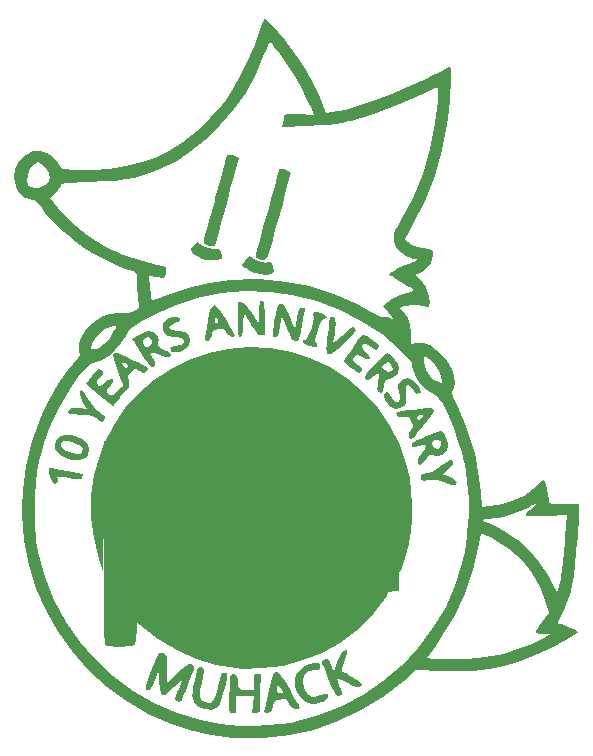
<source format=gbr>
%TF.GenerationSoftware,KiCad,Pcbnew,8.0.4*%
%TF.CreationDate,2024-09-30T12:03:32+02:00*%
%TF.ProjectId,MuHack_10th_pendant,4d754861-636b-45f3-9130-74685f70656e,rev?*%
%TF.SameCoordinates,Original*%
%TF.FileFunction,Soldermask,Top*%
%TF.FilePolarity,Negative*%
%FSLAX46Y46*%
G04 Gerber Fmt 4.6, Leading zero omitted, Abs format (unit mm)*
G04 Created by KiCad (PCBNEW 8.0.4) date 2024-09-30 12:03:32*
%MOMM*%
%LPD*%
G01*
G04 APERTURE LIST*
%ADD10C,0.000000*%
G04 APERTURE END LIST*
D10*
%TO.C,F-Mask*%
G36*
X91592833Y-82578403D02*
G01*
X92043507Y-82761207D01*
X92509231Y-82845850D01*
X92558886Y-82847016D01*
X92912462Y-82895705D01*
X93109968Y-83071858D01*
X93189071Y-83420601D01*
X93195940Y-83610237D01*
X93088983Y-83740575D01*
X92807563Y-83814273D01*
X92414573Y-83832217D01*
X91972910Y-83795295D01*
X91545469Y-83704393D01*
X91235056Y-83582590D01*
X90909883Y-83383456D01*
X90664415Y-83186497D01*
X90634249Y-83153587D01*
X90549317Y-82996498D01*
X90610274Y-82833150D01*
X90792228Y-82632466D01*
X91114902Y-82309791D01*
X91592833Y-82578403D01*
G37*
G36*
X96102518Y-83788414D02*
G01*
X96605554Y-83988909D01*
X97013718Y-84018303D01*
X97058992Y-84011098D01*
X97327307Y-83986685D01*
X97453770Y-84090829D01*
X97516925Y-84325091D01*
X97584292Y-84722836D01*
X97554203Y-84937078D01*
X97383012Y-85022545D01*
X97027074Y-85033964D01*
X96952656Y-85032626D01*
X96497429Y-85001133D01*
X96078239Y-84935628D01*
X95930885Y-84897494D01*
X95562805Y-84730251D01*
X95204319Y-84497456D01*
X95198192Y-84492571D01*
X94846165Y-84210312D01*
X95186652Y-83852925D01*
X95527139Y-83495538D01*
X96102518Y-83788414D01*
G37*
G36*
X78795908Y-101429462D02*
G01*
X79136389Y-101486120D01*
X79610581Y-101569433D01*
X80070204Y-101652785D01*
X80606131Y-101750843D01*
X81043588Y-101830116D01*
X81332982Y-101881667D01*
X81425595Y-101897016D01*
X81420584Y-101996278D01*
X81387798Y-102141246D01*
X81337273Y-102272370D01*
X81239648Y-102345792D01*
X81049691Y-102364005D01*
X80722171Y-102329500D01*
X80211858Y-102244770D01*
X80045712Y-102215189D01*
X79596515Y-102137530D01*
X79343995Y-102109025D01*
X79244658Y-102134483D01*
X79255010Y-102218716D01*
X79295099Y-102298201D01*
X79357683Y-102520717D01*
X79258533Y-102643368D01*
X79082147Y-102731260D01*
X78957556Y-102687426D01*
X78824276Y-102473470D01*
X78749552Y-102320276D01*
X78604729Y-101941425D01*
X78547011Y-101626166D01*
X78583715Y-101436707D01*
X78642322Y-101408554D01*
X78795908Y-101429462D01*
G37*
G36*
X81463646Y-94912556D02*
G01*
X81653939Y-95173093D01*
X81889521Y-95544695D01*
X81949080Y-95645310D01*
X82349132Y-96242430D01*
X82727796Y-96620277D01*
X82870332Y-96711060D01*
X83166675Y-96885224D01*
X83285675Y-97024843D01*
X83270303Y-97200777D01*
X83232139Y-97307701D01*
X83160648Y-97445913D01*
X83053004Y-97477829D01*
X82852634Y-97394381D01*
X82512511Y-97192388D01*
X82179869Y-97020035D01*
X81830236Y-96927376D01*
X81367841Y-96893077D01*
X81159066Y-96890911D01*
X80643465Y-96880943D01*
X80336817Y-96842009D01*
X80204250Y-96759196D01*
X80210890Y-96617589D01*
X80262253Y-96507354D01*
X80364999Y-96379067D01*
X80536902Y-96325866D01*
X80846354Y-96335328D01*
X81074750Y-96359758D01*
X81764849Y-96440866D01*
X81429370Y-95868415D01*
X81239984Y-95461139D01*
X81167855Y-95115860D01*
X81216595Y-94883947D01*
X81355258Y-94814323D01*
X81463646Y-94912556D01*
G37*
G36*
X112713412Y-100696021D02*
G01*
X112767565Y-100818515D01*
X112797109Y-101097835D01*
X112704469Y-101222436D01*
X112260402Y-101568178D01*
X111983086Y-101810382D01*
X111889125Y-101934300D01*
X111893148Y-101943065D01*
X112028671Y-102002896D01*
X112316547Y-102106190D01*
X112491838Y-102164622D01*
X112871731Y-102326638D01*
X113052669Y-102513412D01*
X113080380Y-102608744D01*
X113066683Y-102785859D01*
X112937073Y-102857377D01*
X112660277Y-102823408D01*
X112205023Y-102684058D01*
X112003377Y-102612457D01*
X111405365Y-102448637D01*
X110839098Y-102425912D01*
X110690636Y-102439273D01*
X110318562Y-102472994D01*
X110128081Y-102454144D01*
X110058636Y-102361959D01*
X110049531Y-102219450D01*
X110086636Y-102025724D01*
X110241890Y-101921109D01*
X110542694Y-101863026D01*
X110961372Y-101736858D01*
X111463545Y-101449265D01*
X111850133Y-101168267D01*
X112246690Y-100865829D01*
X112493968Y-100697283D01*
X112635147Y-100646168D01*
X112713412Y-100696021D01*
G37*
G36*
X96591377Y-87267195D02*
G01*
X96682265Y-87314015D01*
X96745223Y-87440522D01*
X96786954Y-87687348D01*
X96814159Y-88095127D01*
X96833542Y-88704494D01*
X96834416Y-88740558D01*
X96868820Y-90173939D01*
X96558041Y-90173939D01*
X96381783Y-90137065D01*
X96200820Y-90001541D01*
X95979049Y-89730015D01*
X95680365Y-89285134D01*
X95643973Y-89228257D01*
X95040685Y-88282576D01*
X95004483Y-89248986D01*
X94959418Y-89830714D01*
X94875608Y-90175554D01*
X94751279Y-90288038D01*
X94624831Y-90217188D01*
X94591347Y-90068190D01*
X94564205Y-89727546D01*
X94546413Y-89247817D01*
X94540877Y-88749259D01*
X94540877Y-87365285D01*
X94837490Y-87365285D01*
X95010814Y-87406936D01*
X95194710Y-87556306D01*
X95423467Y-87850018D01*
X95722827Y-88310961D01*
X96311550Y-89256637D01*
X96347146Y-88241925D01*
X96370799Y-87741892D01*
X96406054Y-87441626D01*
X96464053Y-87296664D01*
X96555936Y-87262542D01*
X96591377Y-87267195D01*
G37*
G36*
X101373653Y-88237141D02*
G01*
X101556607Y-88298030D01*
X101938626Y-88461817D01*
X102097610Y-88611330D01*
X102026759Y-88735975D01*
X101874648Y-88793496D01*
X101709394Y-88919919D01*
X101534688Y-89230856D01*
X101335353Y-89753714D01*
X101323444Y-89788954D01*
X101179393Y-90265220D01*
X101110578Y-90601977D01*
X101124926Y-90758563D01*
X101133422Y-90763601D01*
X101243140Y-90902130D01*
X101235339Y-91102347D01*
X101165636Y-91188234D01*
X101004088Y-91183337D01*
X100703705Y-91110491D01*
X100555060Y-91063149D01*
X100241773Y-90913918D01*
X100063026Y-90748645D01*
X100043531Y-90610306D01*
X100208001Y-90541876D01*
X100254384Y-90540285D01*
X100389846Y-90476848D01*
X100528783Y-90263204D01*
X100690537Y-89864355D01*
X100791037Y-89569249D01*
X100948592Y-89037119D01*
X101012283Y-88693233D01*
X100978947Y-88554749D01*
X100978156Y-88554474D01*
X100903295Y-88424096D01*
X100924060Y-88309756D01*
X100991995Y-88195777D01*
X101119036Y-88171995D01*
X101373653Y-88237141D01*
G37*
G36*
X101380210Y-117921344D02*
G01*
X101487414Y-118040289D01*
X101501454Y-118199420D01*
X101467765Y-118408818D01*
X101318290Y-118492290D01*
X101090518Y-118504708D01*
X100613193Y-118600659D01*
X100251779Y-118859413D01*
X100056481Y-119237318D01*
X100036069Y-119421487D01*
X100124063Y-120037116D01*
X100390187Y-120489407D01*
X100595433Y-120659407D01*
X100810447Y-120781658D01*
X101002743Y-120809858D01*
X101270099Y-120745223D01*
X101484785Y-120670465D01*
X101912550Y-120552757D01*
X102150675Y-120574032D01*
X102168909Y-120588702D01*
X102222566Y-120781104D01*
X102077245Y-120999884D01*
X101768135Y-121202024D01*
X101615397Y-121265399D01*
X101133398Y-121400398D01*
X100743452Y-121394806D01*
X100335395Y-121244983D01*
X100288680Y-121221586D01*
X99877535Y-120889468D01*
X99579631Y-120410143D01*
X99412889Y-119853237D01*
X99395228Y-119288376D01*
X99544568Y-118785186D01*
X99627522Y-118652677D01*
X100033185Y-118269620D01*
X100561321Y-117998101D01*
X101102462Y-117894324D01*
X101104579Y-117894321D01*
X101380210Y-117921344D01*
G37*
G36*
X80480140Y-98654939D02*
G01*
X80925594Y-98792919D01*
X81357163Y-98982242D01*
X81700465Y-99190117D01*
X81881122Y-99383752D01*
X81883423Y-99389443D01*
X81978895Y-99889432D01*
X81869719Y-100295604D01*
X81584218Y-100587433D01*
X81150718Y-100744395D01*
X80597543Y-100745965D01*
X80153137Y-100643248D01*
X79707071Y-100427330D01*
X79333303Y-100115247D01*
X79091372Y-99766542D01*
X79032223Y-99522279D01*
X79045613Y-99474949D01*
X79570542Y-99474949D01*
X79682894Y-99718715D01*
X80027575Y-99947062D01*
X80107925Y-99983170D01*
X80630503Y-100183952D01*
X80990097Y-100258238D01*
X81231484Y-100207922D01*
X81397667Y-100037724D01*
X81442736Y-99794080D01*
X81255400Y-99566549D01*
X80830911Y-99350762D01*
X80542489Y-99250375D01*
X80155165Y-99137753D01*
X79924283Y-99107326D01*
X79777041Y-99157049D01*
X79696431Y-99226627D01*
X79570542Y-99474949D01*
X79045613Y-99474949D01*
X79143530Y-99128830D01*
X79436748Y-98813135D01*
X79850828Y-98628104D01*
X80095182Y-98601093D01*
X80480140Y-98654939D01*
G37*
G36*
X98520951Y-76117931D02*
G01*
X98616773Y-76142120D01*
X98927373Y-76259520D01*
X99033632Y-76398038D01*
X99025446Y-76475508D01*
X98980422Y-76641507D01*
X98880727Y-77012540D01*
X98734646Y-77557661D01*
X98550462Y-78245928D01*
X98336460Y-79046395D01*
X98100924Y-79928118D01*
X98014431Y-80252064D01*
X97741005Y-81276154D01*
X97521017Y-82087790D01*
X97343487Y-82710098D01*
X97197430Y-83166205D01*
X97071866Y-83479238D01*
X96955810Y-83672323D01*
X96838282Y-83768588D01*
X96708297Y-83791158D01*
X96554874Y-83763162D01*
X96372608Y-83709369D01*
X96150943Y-83605205D01*
X96083337Y-83507840D01*
X96124008Y-83324043D01*
X96217880Y-82947920D01*
X96355544Y-82414426D01*
X96527590Y-81758520D01*
X96724612Y-81015158D01*
X96937198Y-80219298D01*
X97155941Y-79405896D01*
X97371432Y-78609911D01*
X97574262Y-77866299D01*
X97755022Y-77210018D01*
X97904304Y-76676025D01*
X98012698Y-76299276D01*
X98070797Y-76114730D01*
X98076481Y-76102570D01*
X98230123Y-76075418D01*
X98520951Y-76117931D01*
G37*
G36*
X93987721Y-74894282D02*
G01*
X94169750Y-74936141D01*
X94495872Y-75047227D01*
X94617055Y-75175446D01*
X94611284Y-75261012D01*
X94566148Y-75425527D01*
X94466643Y-75795058D01*
X94321067Y-76338570D01*
X94137716Y-77025025D01*
X93924887Y-77823385D01*
X93690876Y-78702613D01*
X93611703Y-79000381D01*
X93372981Y-79892036D01*
X93151763Y-80706142D01*
X92956369Y-81413024D01*
X92795124Y-81983011D01*
X92676348Y-82386430D01*
X92608364Y-82593608D01*
X92598154Y-82614222D01*
X92444589Y-82633567D01*
X92153069Y-82591341D01*
X92063967Y-82570599D01*
X91755350Y-82461590D01*
X91651777Y-82327306D01*
X91660617Y-82253873D01*
X91706031Y-82088287D01*
X91805800Y-81718043D01*
X91951527Y-81174513D01*
X92134817Y-80489070D01*
X92347273Y-79693089D01*
X92580498Y-78817941D01*
X92645720Y-78572977D01*
X92882357Y-77685412D01*
X93099982Y-76871782D01*
X93290331Y-76162790D01*
X93445134Y-75589134D01*
X93556126Y-75181513D01*
X93615039Y-74970629D01*
X93621086Y-74950990D01*
X93726891Y-74873112D01*
X93987721Y-74894282D01*
G37*
G36*
X102533687Y-88625341D02*
G01*
X102658035Y-88663045D01*
X102768424Y-88735290D01*
X102822082Y-88881079D01*
X102826935Y-89156769D01*
X102791504Y-89612314D01*
X102741382Y-90082114D01*
X102687915Y-90481137D01*
X102642659Y-90723156D01*
X102642575Y-90723458D01*
X102685453Y-90765681D01*
X102874195Y-90640585D01*
X103190422Y-90361607D01*
X103358965Y-90199694D01*
X103795587Y-89795506D01*
X104103913Y-89568034D01*
X104306268Y-89501733D01*
X104348738Y-89510596D01*
X104497289Y-89602398D01*
X104525361Y-89737944D01*
X104417355Y-89941818D01*
X104157675Y-90238606D01*
X103730723Y-90652890D01*
X103473717Y-90889817D01*
X103004663Y-91310754D01*
X102676152Y-91582961D01*
X102454256Y-91728612D01*
X102305048Y-91769884D01*
X102194601Y-91728950D01*
X102192372Y-91727310D01*
X102109465Y-91645541D01*
X102062680Y-91520793D01*
X102051483Y-91308591D01*
X102075342Y-90964464D01*
X102133725Y-90443936D01*
X102173171Y-90123841D01*
X102246970Y-89556967D01*
X102314089Y-89085710D01*
X102367173Y-88758871D01*
X102398868Y-88625253D01*
X102399057Y-88625053D01*
X102533687Y-88625341D01*
G37*
G36*
X89650348Y-88689126D02*
G01*
X89695840Y-88757673D01*
X89698359Y-88977563D01*
X89492994Y-89071593D01*
X89418850Y-89074900D01*
X89174785Y-89141930D01*
X88944919Y-89269075D01*
X88762766Y-89469964D01*
X88804305Y-89638981D01*
X89049362Y-89757562D01*
X89477760Y-89807144D01*
X89530172Y-89807593D01*
X90041788Y-89878055D01*
X90362428Y-90095250D01*
X90502607Y-90467889D01*
X90511069Y-90620200D01*
X90397959Y-91027441D01*
X90089351Y-91356476D01*
X89631328Y-91564977D01*
X89442327Y-91601901D01*
X89106963Y-91621561D01*
X88934412Y-91550593D01*
X88880805Y-91459788D01*
X88813391Y-91267295D01*
X88801454Y-91217539D01*
X88908694Y-91177961D01*
X89175849Y-91122984D01*
X89274056Y-91106504D01*
X89723483Y-90974453D01*
X89955111Y-90785867D01*
X89974322Y-90583402D01*
X89786499Y-90409711D01*
X89397026Y-90307447D01*
X89171774Y-90296054D01*
X88656742Y-90215510D01*
X88321840Y-89987421D01*
X88182992Y-89632102D01*
X88256122Y-89169868D01*
X88266733Y-89141429D01*
X88446665Y-88913952D01*
X88748974Y-88735117D01*
X89099679Y-88624790D01*
X89424797Y-88602837D01*
X89650348Y-88689126D01*
G37*
G36*
X94251384Y-118844186D02*
G01*
X94428166Y-118906937D01*
X94513776Y-119052648D01*
X94539902Y-119351090D01*
X94540877Y-119481624D01*
X94568586Y-119849966D01*
X94683923Y-120069510D01*
X94935201Y-120177574D01*
X95370734Y-120211477D01*
X95487271Y-120212656D01*
X95884146Y-120214323D01*
X95884146Y-119542689D01*
X95891951Y-119158113D01*
X95933701Y-118957875D01*
X96036896Y-118882167D01*
X96192979Y-118871054D01*
X96501812Y-118871054D01*
X96467739Y-120489083D01*
X96433665Y-122107112D01*
X96090789Y-122146433D01*
X95747914Y-122185754D01*
X95831803Y-121444270D01*
X95915692Y-120702785D01*
X95167227Y-120702785D01*
X94418761Y-120702785D01*
X94418761Y-121435477D01*
X94412297Y-121841545D01*
X94376975Y-122060781D01*
X94288899Y-122150534D01*
X94124174Y-122168153D01*
X94113473Y-122168170D01*
X93956143Y-122156234D01*
X93865046Y-122085554D01*
X93822194Y-121903818D01*
X93809601Y-121558715D01*
X93809053Y-121282833D01*
X93821429Y-120682334D01*
X93852605Y-120034342D01*
X93885906Y-119593171D01*
X93932124Y-119164752D01*
X93984821Y-118929446D01*
X94068614Y-118836810D01*
X94208114Y-118836401D01*
X94251384Y-118844186D01*
G37*
G36*
X109321226Y-93919491D02*
G01*
X109680009Y-94218180D01*
X109867653Y-94495583D01*
X110011061Y-94790467D01*
X110031056Y-94952793D01*
X109935365Y-95056036D01*
X109927145Y-95061306D01*
X109681690Y-95168232D01*
X109528964Y-95072450D01*
X109448653Y-94900891D01*
X109285313Y-94611243D01*
X109151736Y-94462975D01*
X108927148Y-94348490D01*
X108793932Y-94455712D01*
X108750982Y-94786807D01*
X108778537Y-95194005D01*
X108813400Y-95632721D01*
X108787292Y-95910368D01*
X108689229Y-96104937D01*
X108642401Y-96160690D01*
X108309689Y-96362256D01*
X107899283Y-96376186D01*
X107511582Y-96211237D01*
X107252661Y-95956543D01*
X107039913Y-95624080D01*
X106920114Y-95301467D01*
X106922920Y-95108590D01*
X107067548Y-94947643D01*
X107259477Y-94990631D01*
X107445623Y-95218841D01*
X107487041Y-95307452D01*
X107690334Y-95649228D01*
X107924503Y-95822189D01*
X108144388Y-95799320D01*
X108209807Y-95739820D01*
X108284801Y-95553341D01*
X108261513Y-95247713D01*
X108208258Y-95010193D01*
X108132447Y-94629575D01*
X108149477Y-94375576D01*
X108256622Y-94159487D01*
X108559641Y-93879737D01*
X108931140Y-93803208D01*
X109321226Y-93919491D01*
G37*
G36*
X92669538Y-87658794D02*
G01*
X92830549Y-87789440D01*
X93041941Y-88056794D01*
X93329190Y-88491137D01*
X93540882Y-88831975D01*
X93836466Y-89323605D01*
X94077871Y-89742711D01*
X94239706Y-90043984D01*
X94296646Y-90180714D01*
X94214943Y-90305581D01*
X94018649Y-90298528D01*
X93780989Y-90183758D01*
X93575187Y-89985472D01*
X93540091Y-89930655D01*
X93366318Y-89685556D01*
X93167257Y-89614441D01*
X92929514Y-89643680D01*
X92622008Y-89708266D01*
X92471979Y-89796496D01*
X92398759Y-89986191D01*
X92354651Y-90198271D01*
X92234199Y-90511842D01*
X92018603Y-90637777D01*
X92002461Y-90640365D01*
X91785690Y-90612595D01*
X91738673Y-90518249D01*
X91764169Y-90338671D01*
X91828326Y-89975552D01*
X91920962Y-89484652D01*
X92013433Y-89013843D01*
X92038933Y-88891727D01*
X92587031Y-88891727D01*
X92640504Y-89133593D01*
X92765754Y-89195036D01*
X92885508Y-89085920D01*
X92906773Y-88889986D01*
X92825047Y-88679577D01*
X92696081Y-88586439D01*
X92614081Y-88691019D01*
X92587031Y-88891727D01*
X92038933Y-88891727D01*
X92137466Y-88419868D01*
X92237194Y-88025833D01*
X92328084Y-87790706D01*
X92425607Y-87673457D01*
X92533430Y-87634575D01*
X92669538Y-87658794D01*
G37*
G36*
X91561010Y-118293444D02*
G01*
X91654854Y-118417171D01*
X91671367Y-118668897D01*
X91613888Y-119085865D01*
X91507276Y-119607513D01*
X91386756Y-120247376D01*
X91357640Y-120695200D01*
X91427960Y-120988507D01*
X91605750Y-121164820D01*
X91859648Y-121253470D01*
X92136561Y-121280967D01*
X92349644Y-121203050D01*
X92521907Y-120987648D01*
X92676358Y-120602691D01*
X92836007Y-120016110D01*
X92880166Y-119831053D01*
X93011093Y-119298087D01*
X93113584Y-118963705D01*
X93206508Y-118786882D01*
X93308735Y-118726596D01*
X93386593Y-118730019D01*
X93607739Y-118787323D01*
X93676354Y-118822067D01*
X93672900Y-118954542D01*
X93622428Y-119271555D01*
X93534214Y-119719990D01*
X93459824Y-120062140D01*
X93249327Y-120829636D01*
X93003372Y-121372849D01*
X92701940Y-121711240D01*
X92325012Y-121864266D01*
X91852570Y-121851389D01*
X91660506Y-121811180D01*
X91261187Y-121684489D01*
X91017030Y-121505318D01*
X90839697Y-121202322D01*
X90804000Y-121119448D01*
X90730723Y-120905912D01*
X90703022Y-120680280D01*
X90724181Y-120383135D01*
X90797485Y-119955058D01*
X90894302Y-119485798D01*
X91021032Y-118921739D01*
X91123417Y-118558097D01*
X91217693Y-118354453D01*
X91320096Y-118270388D01*
X91386494Y-118260477D01*
X91561010Y-118293444D01*
G37*
G36*
X87446723Y-89909568D02*
G01*
X87735103Y-90173713D01*
X87861759Y-90538374D01*
X87816299Y-90859585D01*
X87789850Y-91023837D01*
X87883522Y-91159023D01*
X88141547Y-91312333D01*
X88322294Y-91399450D01*
X88711198Y-91599086D01*
X88888280Y-91747594D01*
X88872571Y-91873567D01*
X88714390Y-91988481D01*
X88492814Y-92025174D01*
X88159449Y-91923059D01*
X87943204Y-91820752D01*
X87513115Y-91642218D01*
X87245356Y-91616122D01*
X87152966Y-91736112D01*
X87248981Y-91995833D01*
X87330165Y-92119493D01*
X87504817Y-92457324D01*
X87516201Y-92717049D01*
X87367010Y-92851565D01*
X87287793Y-92860477D01*
X87155628Y-92762391D01*
X86931566Y-92496085D01*
X86648150Y-92103490D01*
X86369809Y-91677761D01*
X85816105Y-90792710D01*
X86510602Y-90792710D01*
X86627404Y-91021841D01*
X86792490Y-91182089D01*
X87000648Y-91134311D01*
X87222257Y-90949474D01*
X87298608Y-90828116D01*
X87278892Y-90601414D01*
X87183841Y-90457837D01*
X86983468Y-90338201D01*
X86740012Y-90410399D01*
X86739739Y-90410545D01*
X86523397Y-90580742D01*
X86510602Y-90792710D01*
X85816105Y-90792710D01*
X85629881Y-90495045D01*
X86147158Y-90151841D01*
X86534332Y-89945097D01*
X86910483Y-89822876D01*
X87042383Y-89808115D01*
X87446723Y-89909568D01*
G37*
G36*
X111019347Y-96338989D02*
G01*
X111030287Y-96343134D01*
X111137381Y-96516677D01*
X111148569Y-96602391D01*
X111073960Y-96756564D01*
X110875361Y-97042255D01*
X110590614Y-97413848D01*
X110257561Y-97825728D01*
X109914043Y-98232278D01*
X109597902Y-98587882D01*
X109346981Y-98846925D01*
X109199122Y-98963790D01*
X109187575Y-98966246D01*
X109077199Y-98865421D01*
X109008253Y-98711627D01*
X109027088Y-98410288D01*
X109189053Y-98178532D01*
X109353094Y-97979271D01*
X109381666Y-97807902D01*
X109284941Y-97553081D01*
X109252457Y-97484406D01*
X109099723Y-97215489D01*
X108924907Y-97109416D01*
X108625029Y-97109852D01*
X108576017Y-97114362D01*
X108231569Y-97116465D01*
X108166275Y-97082378D01*
X109723071Y-97082378D01*
X109742583Y-97253946D01*
X109871420Y-97308473D01*
X110075139Y-97172999D01*
X110235157Y-97009748D01*
X110213039Y-96936754D01*
X110111102Y-96909362D01*
X109866009Y-96937130D01*
X109723071Y-97082378D01*
X108166275Y-97082378D01*
X108056889Y-97025272D01*
X108020592Y-96958802D01*
X107981927Y-96759144D01*
X107999959Y-96701075D01*
X108148981Y-96654627D01*
X108481946Y-96594500D01*
X108939509Y-96527702D01*
X109462331Y-96461243D01*
X109991067Y-96402133D01*
X110466377Y-96357381D01*
X110828917Y-96333997D01*
X111019347Y-96338989D01*
G37*
G36*
X105194409Y-90136212D02*
G01*
X105464794Y-90267735D01*
X105794399Y-90483264D01*
X106131278Y-90724998D01*
X106378590Y-90901564D01*
X106480530Y-90973179D01*
X106484416Y-91089522D01*
X106389154Y-91266452D01*
X106263539Y-91387233D01*
X106231886Y-91395093D01*
X106060200Y-91326344D01*
X105792090Y-91155410D01*
X105712813Y-91096846D01*
X105424857Y-90912186D01*
X105243395Y-90895404D01*
X105182296Y-90938096D01*
X105054843Y-91151826D01*
X105131275Y-91369681D01*
X105409146Y-91620014D01*
X105684337Y-91889386D01*
X105751061Y-92096805D01*
X105643503Y-92208060D01*
X105395845Y-92188942D01*
X105042271Y-92005240D01*
X105031695Y-91997762D01*
X104645576Y-91722821D01*
X104427499Y-92011932D01*
X104306777Y-92191196D01*
X104304769Y-92322047D01*
X104449564Y-92473053D01*
X104691009Y-92655207D01*
X104976304Y-92887628D01*
X105079105Y-93047372D01*
X105031688Y-93179154D01*
X104919107Y-93296321D01*
X104802331Y-93326543D01*
X104626340Y-93253578D01*
X104336113Y-93061183D01*
X104126544Y-92911958D01*
X103811846Y-92662226D01*
X103605724Y-92451234D01*
X103554436Y-92339791D01*
X103638059Y-92187248D01*
X103831902Y-91887204D01*
X104102855Y-91489906D01*
X104287128Y-91227908D01*
X104592614Y-90797763D01*
X104847413Y-90437874D01*
X105016411Y-90197897D01*
X105061707Y-90132585D01*
X105194409Y-90136212D01*
G37*
G36*
X107373128Y-91726509D02*
G01*
X107615955Y-91941848D01*
X107869296Y-92246707D01*
X108082614Y-92577226D01*
X108205373Y-92869541D01*
X108217800Y-92961658D01*
X108107792Y-93337860D01*
X107825044Y-93656459D01*
X107440474Y-93843089D01*
X107363752Y-93857224D01*
X107168637Y-93920554D01*
X107049852Y-94087508D01*
X106963757Y-94424200D01*
X106953667Y-94478506D01*
X106840198Y-94881912D01*
X106686534Y-95048410D01*
X106486999Y-94982873D01*
X106428107Y-94929630D01*
X106366690Y-94743772D01*
X106401795Y-94382954D01*
X106453645Y-94136229D01*
X106531815Y-93675743D01*
X106499951Y-93431717D01*
X106355734Y-93401416D01*
X106096848Y-93582108D01*
X106033647Y-93640887D01*
X105739661Y-93884902D01*
X105527864Y-93945720D01*
X105337274Y-93838010D01*
X105312767Y-93814290D01*
X105285512Y-93707315D01*
X105374156Y-93525421D01*
X105598209Y-93241057D01*
X105932656Y-92875355D01*
X106691358Y-92875355D01*
X106972085Y-93106024D01*
X107280715Y-93264703D01*
X107530915Y-93212481D01*
X107652716Y-93040176D01*
X107628261Y-92833474D01*
X107486424Y-92591685D01*
X107255755Y-92310958D01*
X106973556Y-92593157D01*
X106691358Y-92875355D01*
X105932656Y-92875355D01*
X105977182Y-92826668D01*
X106112622Y-92684723D01*
X106504420Y-92285446D01*
X106842478Y-91957191D01*
X107086992Y-91737601D01*
X107191354Y-91664556D01*
X107373128Y-91726509D01*
G37*
G36*
X98388028Y-87523801D02*
G01*
X98519359Y-87659522D01*
X98668002Y-87934341D01*
X98858776Y-88388036D01*
X98938285Y-88591762D01*
X99364435Y-89696123D01*
X99553738Y-88744406D01*
X99656383Y-88266144D01*
X99743082Y-87984385D01*
X99834936Y-87854225D01*
X99953045Y-87830762D01*
X99981142Y-87834827D01*
X100189817Y-87881208D01*
X100247284Y-87903574D01*
X100236422Y-88026389D01*
X100185784Y-88339956D01*
X100103730Y-88795584D01*
X100008092Y-89296291D01*
X99889190Y-89886693D01*
X99796858Y-90277484D01*
X99714631Y-90509462D01*
X99626042Y-90623427D01*
X99514624Y-90660177D01*
X99456720Y-90662400D01*
X99252090Y-90606521D01*
X99079855Y-90404748D01*
X98932691Y-90102757D01*
X98794918Y-89774768D01*
X98708164Y-89555589D01*
X98692800Y-89507093D01*
X98649402Y-89383443D01*
X98540556Y-89116394D01*
X98490475Y-88998227D01*
X98288150Y-88525381D01*
X98128046Y-89370165D01*
X98017206Y-89893910D01*
X97914851Y-90207358D01*
X97802522Y-90342954D01*
X97661758Y-90333140D01*
X97599275Y-90299462D01*
X97523600Y-90219326D01*
X97493746Y-90069190D01*
X97511439Y-89802745D01*
X97578404Y-89373678D01*
X97648019Y-88991806D01*
X97765995Y-88369243D01*
X97854903Y-87947623D01*
X97930389Y-87687789D01*
X98008103Y-87550581D01*
X98103691Y-87496843D01*
X98232802Y-87487414D01*
X98249186Y-87487400D01*
X98388028Y-87523801D01*
G37*
G36*
X103828754Y-116900339D02*
G01*
X103777230Y-117179144D01*
X103662846Y-117576108D01*
X103631198Y-117671289D01*
X103488977Y-118092975D01*
X103383661Y-118411976D01*
X103334564Y-118569630D01*
X103333185Y-118576475D01*
X103431118Y-118646228D01*
X103692710Y-118807772D01*
X104069648Y-119031585D01*
X104247422Y-119135134D01*
X104654446Y-119384988D01*
X104959513Y-119599232D01*
X105116037Y-119743943D01*
X105126470Y-119775257D01*
X104995667Y-119901870D01*
X104838439Y-119979242D01*
X104608090Y-119990061D01*
X104276527Y-119868136D01*
X103892218Y-119655087D01*
X103414707Y-119380060D01*
X103119432Y-119253224D01*
X102988118Y-119283324D01*
X103002494Y-119479104D01*
X103144285Y-119849311D01*
X103203919Y-119984498D01*
X103340127Y-120339890D01*
X103350781Y-120538971D01*
X103295506Y-120606540D01*
X103067877Y-120691777D01*
X102874965Y-120604285D01*
X102682285Y-120318471D01*
X102561383Y-120061679D01*
X102224220Y-119286627D01*
X101976860Y-118704761D01*
X101809375Y-118286329D01*
X101711832Y-118001577D01*
X101674303Y-117820753D01*
X101686855Y-117714105D01*
X101739558Y-117651880D01*
X101753855Y-117642267D01*
X101978957Y-117544763D01*
X102153411Y-117607124D01*
X102320359Y-117858941D01*
X102432586Y-118107833D01*
X102676226Y-118687881D01*
X102954021Y-117862347D01*
X103188936Y-117291352D01*
X103440211Y-116944418D01*
X103723955Y-116801376D01*
X103806343Y-116795093D01*
X103828754Y-116900339D01*
G37*
G36*
X97846693Y-118647790D02*
G01*
X97859916Y-118649744D01*
X98020333Y-118748060D01*
X98243777Y-119014591D01*
X98543045Y-119467016D01*
X98930933Y-120123012D01*
X98948204Y-120153266D01*
X99252210Y-120692186D01*
X99507373Y-121155592D01*
X99691441Y-121502220D01*
X99782162Y-121690811D01*
X99787843Y-121710237D01*
X99686316Y-121778719D01*
X99482432Y-121801823D01*
X99212967Y-121723093D01*
X98972735Y-121457646D01*
X98915183Y-121364813D01*
X98712150Y-121079573D01*
X98527479Y-120982544D01*
X98400311Y-120996800D01*
X98057492Y-121056463D01*
X97885871Y-121067464D01*
X97706364Y-121121664D01*
X97589081Y-121319942D01*
X97519525Y-121588121D01*
X97425958Y-121923622D01*
X97294816Y-122086166D01*
X97075519Y-122145680D01*
X96831995Y-122136335D01*
X96792372Y-122023564D01*
X96840311Y-121840189D01*
X96926493Y-121479397D01*
X97036505Y-121002258D01*
X97104093Y-120702785D01*
X97226356Y-120160473D01*
X97837992Y-120160473D01*
X97891439Y-120389303D01*
X98097350Y-120457865D01*
X98137601Y-120458554D01*
X98333494Y-120446366D01*
X98368478Y-120365649D01*
X98260169Y-120150172D01*
X98232481Y-120101834D01*
X98043626Y-119851976D01*
X97908445Y-119834845D01*
X97842167Y-120048176D01*
X97837992Y-120160473D01*
X97226356Y-120160473D01*
X97273645Y-119950718D01*
X97402335Y-119405014D01*
X97501987Y-119033553D01*
X97584424Y-118804219D01*
X97661472Y-118684892D01*
X97744953Y-118643455D01*
X97846693Y-118647790D01*
G37*
G36*
X111924427Y-98322482D02*
G01*
X112032629Y-98410658D01*
X112106314Y-98585339D01*
X112185065Y-98848826D01*
X112199716Y-98896006D01*
X112317855Y-99330596D01*
X112341082Y-99627045D01*
X112275465Y-99869593D01*
X112270603Y-99880408D01*
X111994337Y-100227567D01*
X111602901Y-100396198D01*
X111170083Y-100354961D01*
X111161179Y-100351655D01*
X110944724Y-100293790D01*
X110772126Y-100342993D01*
X110567469Y-100534869D01*
X110430199Y-100694478D01*
X110139979Y-101014304D01*
X109952402Y-101141365D01*
X109834893Y-101086282D01*
X109767422Y-100910552D01*
X109795229Y-100656191D01*
X110008726Y-100323051D01*
X110132932Y-100178749D01*
X110421426Y-99807468D01*
X110514975Y-99558480D01*
X110417225Y-99443375D01*
X110131821Y-99473745D01*
X109932709Y-99542034D01*
X109594568Y-99664157D01*
X109416200Y-99676467D01*
X109333097Y-99565824D01*
X109297919Y-99412763D01*
X109309179Y-99344534D01*
X110981279Y-99344534D01*
X111049660Y-99517932D01*
X111244999Y-99751633D01*
X111478523Y-99797888D01*
X111671484Y-99662040D01*
X111738956Y-99471153D01*
X111717661Y-99154146D01*
X111540781Y-99025052D01*
X111230570Y-99080399D01*
X111008950Y-99192671D01*
X110981279Y-99344534D01*
X109309179Y-99344534D01*
X109318071Y-99290656D01*
X109451893Y-99169470D01*
X109736505Y-99027293D01*
X110209029Y-98842211D01*
X110354819Y-98788865D01*
X110996905Y-98554004D01*
X111446147Y-98396454D01*
X111742127Y-98318513D01*
X111924427Y-98322482D01*
G37*
G36*
X88246248Y-117088042D02*
G01*
X88386259Y-117131814D01*
X88476314Y-117209759D01*
X88527433Y-117368817D01*
X88550639Y-117655930D01*
X88556955Y-118118036D01*
X88557223Y-118412392D01*
X88557223Y-119658692D01*
X89442560Y-118787970D01*
X89857101Y-118389519D01*
X90145137Y-118142733D01*
X90347083Y-118020991D01*
X90503357Y-117997674D01*
X90602656Y-118023870D01*
X90815202Y-118163771D01*
X90877953Y-118287071D01*
X90832728Y-118477477D01*
X90712023Y-118832984D01*
X90539202Y-119295359D01*
X90337631Y-119806371D01*
X90130677Y-120307785D01*
X89941705Y-120741370D01*
X89794081Y-121048893D01*
X89724430Y-121161912D01*
X89568855Y-121254275D01*
X89371076Y-121159989D01*
X89271962Y-121066962D01*
X89240617Y-120942660D01*
X89285212Y-120733481D01*
X89413921Y-120385820D01*
X89534167Y-120090285D01*
X89910274Y-119176343D01*
X89121770Y-119956518D01*
X88669111Y-120384542D01*
X88350384Y-120617910D01*
X88140748Y-120647547D01*
X88015365Y-120464380D01*
X87949397Y-120059335D01*
X87920954Y-119517849D01*
X87885588Y-118443650D01*
X87538980Y-119328987D01*
X87358263Y-119747085D01*
X87191320Y-120058215D01*
X87068764Y-120207006D01*
X87050518Y-120212453D01*
X86859095Y-120186115D01*
X86755910Y-120091601D01*
X86743914Y-119896387D01*
X86826060Y-119567949D01*
X87005298Y-119073762D01*
X87197397Y-118593945D01*
X87424524Y-118045809D01*
X87623138Y-117582124D01*
X87773129Y-117248755D01*
X87854386Y-117091570D01*
X87857996Y-117087268D01*
X88021628Y-117055871D01*
X88246248Y-117088042D01*
G37*
G36*
X84388574Y-91690216D02*
G01*
X84708408Y-91825453D01*
X85136064Y-92018876D01*
X85616554Y-92244324D01*
X86094887Y-92475639D01*
X86516075Y-92686661D01*
X86825129Y-92851231D01*
X86962454Y-92938467D01*
X86929486Y-93050127D01*
X86805621Y-93199030D01*
X86647908Y-93329640D01*
X86494644Y-93333264D01*
X86244685Y-93208548D01*
X86214221Y-93191115D01*
X85956160Y-93057494D01*
X85786004Y-93056933D01*
X85591268Y-93205331D01*
X85499969Y-93292067D01*
X85285583Y-93527993D01*
X85228985Y-93735155D01*
X85297139Y-94037221D01*
X85299155Y-94043802D01*
X85370512Y-94358541D01*
X85328306Y-94540208D01*
X85254375Y-94614657D01*
X85094424Y-94777801D01*
X84843025Y-95074510D01*
X84553554Y-95441689D01*
X84543094Y-95455429D01*
X84278490Y-95797582D01*
X84076701Y-96047486D01*
X83977278Y-96156326D01*
X83974206Y-96157593D01*
X83872533Y-96084138D01*
X83621734Y-95884188D01*
X83259664Y-95588364D01*
X82828413Y-95230818D01*
X81717667Y-94304043D01*
X81961009Y-93979135D01*
X82213151Y-93653842D01*
X82492871Y-93307921D01*
X82508251Y-93289418D01*
X82713227Y-93061956D01*
X82845573Y-93004850D01*
X82981885Y-93095118D01*
X83022620Y-93135078D01*
X83145492Y-93285022D01*
X83132626Y-93420309D01*
X82966251Y-93623569D01*
X82903329Y-93689742D01*
X82650501Y-93996882D01*
X82588107Y-94217765D01*
X82704618Y-94403460D01*
X82736035Y-94430792D01*
X82888103Y-94475984D01*
X83089689Y-94354548D01*
X83247343Y-94201513D01*
X83570337Y-93934306D01*
X83822552Y-93841641D01*
X83966446Y-93903930D01*
X83964474Y-94101580D01*
X83779094Y-94415002D01*
X83742417Y-94459846D01*
X83509040Y-94766818D01*
X83448399Y-94963684D01*
X83556591Y-95109001D01*
X83693604Y-95191907D01*
X83885678Y-95259272D01*
X84051649Y-95190705D01*
X84272149Y-94952700D01*
X84273652Y-94950871D01*
X84507960Y-94708412D01*
X84703226Y-94576876D01*
X84741117Y-94568992D01*
X84819214Y-94570600D01*
X84863391Y-94548984D01*
X84864644Y-94466471D01*
X84813971Y-94285391D01*
X84702368Y-93968074D01*
X84520832Y-93476846D01*
X84406596Y-93169258D01*
X84183122Y-92547387D01*
X84168859Y-92500984D01*
X84720621Y-92500984D01*
X84797497Y-92685276D01*
X84961146Y-92905422D01*
X85126877Y-92923802D01*
X85225109Y-92782301D01*
X85158662Y-92647804D01*
X84962791Y-92519982D01*
X84752038Y-92436988D01*
X84720621Y-92500984D01*
X84168859Y-92500984D01*
X84050888Y-92117167D01*
X84006083Y-91845277D01*
X84044894Y-91698394D01*
X84163509Y-91643196D01*
X84231552Y-91639323D01*
X84388574Y-91690216D01*
G37*
G36*
X97219046Y-91258257D02*
G01*
X97300747Y-91268273D01*
X99115206Y-91605597D01*
X100801064Y-92147864D01*
X102372289Y-92901718D01*
X103842849Y-93873802D01*
X105160389Y-95006457D01*
X106398836Y-96366439D01*
X107433696Y-97860418D01*
X108260846Y-99481460D01*
X108876165Y-101222628D01*
X108895216Y-101290714D01*
X109102875Y-102264534D01*
X109240950Y-103388595D01*
X109305936Y-104578019D01*
X109294331Y-105747927D01*
X109202633Y-106813441D01*
X109139463Y-107209035D01*
X109011534Y-107811300D01*
X108851589Y-108445985D01*
X108675874Y-109060017D01*
X108500638Y-109600321D01*
X108342131Y-110013826D01*
X108216601Y-110247457D01*
X108205401Y-110259999D01*
X108169311Y-110179385D01*
X108140183Y-109862152D01*
X108118246Y-109315817D01*
X108103725Y-108547900D01*
X108096847Y-107565919D01*
X108096930Y-106657596D01*
X108097055Y-105473317D01*
X108088482Y-104502299D01*
X108067871Y-103713634D01*
X108031882Y-103076409D01*
X107977175Y-102559715D01*
X107900409Y-102132641D01*
X107798246Y-101764277D01*
X107667344Y-101423714D01*
X107504364Y-101080039D01*
X107491526Y-101054790D01*
X106949297Y-100234256D01*
X106260669Y-99608568D01*
X105428655Y-99179373D01*
X104456270Y-98948320D01*
X103566925Y-98907570D01*
X102494751Y-99023529D01*
X101578919Y-99313876D01*
X100797501Y-99786062D01*
X100667485Y-99892604D01*
X100386136Y-100124570D01*
X100194247Y-100265961D01*
X100141889Y-100288502D01*
X100134231Y-100160401D01*
X100121537Y-99822486D01*
X100104888Y-99309094D01*
X100085365Y-98654567D01*
X100064048Y-97893243D01*
X100050303Y-97378746D01*
X99975011Y-94509035D01*
X98753858Y-94509035D01*
X97532704Y-94509035D01*
X97532704Y-103118170D01*
X97532704Y-111727304D01*
X98725455Y-111762281D01*
X99319589Y-111770378D01*
X99703865Y-111750858D01*
X99911438Y-111700470D01*
X99971202Y-111640165D01*
X99985400Y-111483785D01*
X100000990Y-111113392D01*
X100017249Y-110559196D01*
X100033453Y-109851405D01*
X100048878Y-109020229D01*
X100062800Y-108095877D01*
X100070070Y-107514323D01*
X100083421Y-106419636D01*
X100096784Y-105540412D01*
X100112152Y-104847893D01*
X100131518Y-104313321D01*
X100156874Y-103907936D01*
X100190213Y-103602980D01*
X100233528Y-103369694D01*
X100288811Y-103179319D01*
X100358055Y-103003096D01*
X100387259Y-102936518D01*
X100723542Y-102314432D01*
X101122266Y-101865862D01*
X101647048Y-101520095D01*
X101674244Y-101506026D01*
X102159194Y-101339501D01*
X102777721Y-101239059D01*
X103425989Y-101213468D01*
X104000162Y-101271497D01*
X104118270Y-101299630D01*
X104580401Y-101540521D01*
X104992235Y-101961730D01*
X105298377Y-102499396D01*
X105386828Y-102762053D01*
X105428388Y-103035103D01*
X105470152Y-103528295D01*
X105510928Y-104217545D01*
X105549525Y-105078768D01*
X105584749Y-106087881D01*
X105615408Y-107220799D01*
X105622084Y-107514323D01*
X105714435Y-111727304D01*
X106386069Y-111761177D01*
X106886501Y-111793857D01*
X107165046Y-111856103D01*
X107243827Y-111987843D01*
X107144969Y-112229002D01*
X106890595Y-112619509D01*
X106874673Y-112642961D01*
X105806882Y-114002348D01*
X104570633Y-115198136D01*
X103187186Y-116220525D01*
X101677805Y-117059716D01*
X100063751Y-117705910D01*
X98366286Y-118149307D01*
X96606671Y-118380109D01*
X94806170Y-118388516D01*
X94460943Y-118364141D01*
X92708097Y-118097656D01*
X91007682Y-117595168D01*
X89370610Y-116861350D01*
X87807790Y-115900876D01*
X86694963Y-115037986D01*
X85870685Y-114337490D01*
X85870685Y-112839048D01*
X85876990Y-112256975D01*
X85894180Y-111766480D01*
X85919663Y-111417681D01*
X85950849Y-111260696D01*
X85952361Y-111258929D01*
X86092631Y-111266110D01*
X86247031Y-111370008D01*
X86713883Y-111670645D01*
X87341132Y-111905028D01*
X88048612Y-112049064D01*
X88619597Y-112083039D01*
X89438536Y-112022730D01*
X90122157Y-111845563D01*
X90762861Y-111522966D01*
X91049218Y-111331682D01*
X91648426Y-110906432D01*
X92026142Y-111337029D01*
X92324137Y-111635534D01*
X92618478Y-111867776D01*
X92703186Y-111917555D01*
X93182864Y-112049862D01*
X93778471Y-112058783D01*
X94398791Y-111950313D01*
X94867379Y-111775278D01*
X95456742Y-111483073D01*
X95488147Y-110628266D01*
X95492961Y-110065229D01*
X95445918Y-109712631D01*
X95329595Y-109539120D01*
X95126567Y-109513342D01*
X94902114Y-109573767D01*
X94515695Y-109686185D01*
X94282474Y-109668553D01*
X94135314Y-109496176D01*
X94043489Y-109257949D01*
X93999609Y-109052280D01*
X93967392Y-108723310D01*
X93946448Y-108250040D01*
X93936392Y-107611472D01*
X93936834Y-106786608D01*
X93947387Y-105754448D01*
X93961710Y-104831266D01*
X93976462Y-103826783D01*
X93985937Y-102863207D01*
X93990122Y-101977677D01*
X93989005Y-101207334D01*
X93982572Y-100589318D01*
X93970810Y-100160770D01*
X93963388Y-100034756D01*
X93896862Y-99210477D01*
X92692427Y-99210477D01*
X92181644Y-99213360D01*
X91775237Y-99221125D01*
X91526097Y-99232447D01*
X91473577Y-99241006D01*
X91468123Y-99365769D01*
X91459029Y-99707036D01*
X91446881Y-100237113D01*
X91432267Y-100928310D01*
X91415774Y-101752936D01*
X91397989Y-102683299D01*
X91381029Y-103606631D01*
X91358937Y-104802462D01*
X91337287Y-105780702D01*
X91311996Y-106567951D01*
X91278983Y-107190807D01*
X91234166Y-107675868D01*
X91173463Y-108049734D01*
X91092792Y-108339002D01*
X90988071Y-108570272D01*
X90855218Y-108770141D01*
X90690151Y-108965209D01*
X90532589Y-109135223D01*
X90073054Y-109469270D01*
X89454571Y-109698678D01*
X88744406Y-109810866D01*
X88009830Y-109793252D01*
X87521995Y-109698310D01*
X87007908Y-109450530D01*
X86527703Y-109038961D01*
X86158046Y-108540270D01*
X86006890Y-108183205D01*
X85965308Y-107901840D01*
X85930633Y-107390699D01*
X85903308Y-106664149D01*
X85883775Y-105736559D01*
X85872477Y-104622297D01*
X85869698Y-103728746D01*
X85866917Y-102756642D01*
X85860129Y-101853870D01*
X85849896Y-101051817D01*
X85836779Y-100381865D01*
X85821340Y-99875400D01*
X85804142Y-99563807D01*
X85793717Y-99485237D01*
X85744171Y-99356562D01*
X85646568Y-99275896D01*
X85451722Y-99232092D01*
X85110447Y-99214002D01*
X84581437Y-99210477D01*
X84013909Y-99224525D01*
X83600809Y-99263815D01*
X83381526Y-99324064D01*
X83360780Y-99343173D01*
X83341859Y-99489615D01*
X83320939Y-99854706D01*
X83298770Y-100412879D01*
X83276098Y-101138566D01*
X83253673Y-102006201D01*
X83232241Y-102990217D01*
X83212550Y-104065047D01*
X83200929Y-104807836D01*
X83123088Y-110139804D01*
X82783282Y-109101823D01*
X82338941Y-107360158D01*
X82125669Y-105578103D01*
X82142127Y-103785358D01*
X82386974Y-102011621D01*
X82858871Y-100286590D01*
X83223140Y-99349848D01*
X84028593Y-97787867D01*
X85022086Y-96361026D01*
X86182616Y-95081382D01*
X87489178Y-93960995D01*
X88920769Y-93011920D01*
X90456387Y-92246216D01*
X92075027Y-91675941D01*
X93755685Y-91313150D01*
X95477360Y-91169903D01*
X97219046Y-91258257D01*
G37*
G36*
X96972511Y-63398612D02*
G01*
X97215941Y-63644679D01*
X97547160Y-64010597D01*
X97934697Y-64460209D01*
X98347081Y-64957355D01*
X98752840Y-65465877D01*
X98958450Y-65732920D01*
X99623645Y-66674134D01*
X100287841Y-67729643D01*
X100901365Y-68814414D01*
X101414544Y-69843414D01*
X101582438Y-70224744D01*
X102050973Y-71340454D01*
X102478377Y-71281400D01*
X103593445Y-71067992D01*
X104869761Y-70718449D01*
X106274247Y-70244578D01*
X107773825Y-69658183D01*
X109335418Y-68971072D01*
X110443902Y-68438388D01*
X111081983Y-68124220D01*
X111647278Y-67851945D01*
X112102536Y-67639018D01*
X112410502Y-67502894D01*
X112530948Y-67460477D01*
X112574654Y-67575253D01*
X112596345Y-67892575D01*
X112597942Y-68371934D01*
X112581368Y-68972822D01*
X112548543Y-69654728D01*
X112501390Y-70377145D01*
X112441830Y-71099564D01*
X112371786Y-71781476D01*
X112299451Y-72340178D01*
X111869788Y-74525366D01*
X111233016Y-76697363D01*
X110409118Y-78800672D01*
X109418076Y-80779794D01*
X109011265Y-81472359D01*
X108693443Y-81990491D01*
X108991103Y-82288151D01*
X109281272Y-82504569D01*
X109696258Y-82678282D01*
X110283107Y-82826301D01*
X110686627Y-82901299D01*
X110980476Y-82967128D01*
X111091863Y-83075589D01*
X111080582Y-83300306D01*
X111067923Y-83370787D01*
X110875836Y-84019837D01*
X110558630Y-84489861D01*
X110119915Y-84809264D01*
X109595390Y-85087524D01*
X110053182Y-85524241D01*
X110493376Y-86107588D01*
X110732779Y-86827559D01*
X110781542Y-87408879D01*
X110765722Y-87709061D01*
X110698035Y-87817801D01*
X110568521Y-87794430D01*
X110200365Y-87703266D01*
X109714244Y-87652269D01*
X109212444Y-87645220D01*
X108797250Y-87685901D01*
X108657956Y-87723801D01*
X108304362Y-87861219D01*
X108552085Y-88132242D01*
X108946493Y-88671409D01*
X109164391Y-89263585D01*
X109231412Y-89983015D01*
X109230248Y-90096475D01*
X109213289Y-90934877D01*
X109666582Y-90862392D01*
X110262627Y-90846369D01*
X110816891Y-91012693D01*
X111373437Y-91379953D01*
X111772684Y-91750895D01*
X112284116Y-92363245D01*
X112662153Y-93002159D01*
X112893101Y-93626638D01*
X112963266Y-94195679D01*
X112858953Y-94668282D01*
X112787890Y-94790453D01*
X112708632Y-94926384D01*
X112685481Y-95072148D01*
X112731122Y-95276222D01*
X112858241Y-95587079D01*
X113079522Y-96053194D01*
X113163117Y-96224328D01*
X113976975Y-98148947D01*
X114593326Y-100177844D01*
X114996352Y-102252223D01*
X115132975Y-103546950D01*
X115216072Y-104729101D01*
X115899388Y-104646986D01*
X117017513Y-104456434D01*
X117960596Y-104163116D01*
X118784738Y-103743142D01*
X119546041Y-103172623D01*
X119711663Y-103023611D01*
X120091732Y-102685465D01*
X120338745Y-102505311D01*
X120486546Y-102462831D01*
X120557165Y-102516021D01*
X120657925Y-102767617D01*
X120764485Y-103165633D01*
X120855743Y-103613742D01*
X120910597Y-104015621D01*
X120917800Y-104162161D01*
X120925391Y-104295658D01*
X120977265Y-104382046D01*
X121117072Y-104431578D01*
X121388463Y-104454505D01*
X121835088Y-104461079D01*
X122192082Y-104461439D01*
X123466363Y-104461439D01*
X123407172Y-105591006D01*
X123317713Y-107134289D01*
X123220119Y-108460686D01*
X123109478Y-109597523D01*
X122980878Y-110572123D01*
X122829405Y-111411810D01*
X122650146Y-112143909D01*
X122438188Y-112795745D01*
X122188619Y-113394641D01*
X121903158Y-113955910D01*
X121715193Y-114311689D01*
X121643554Y-114505553D01*
X121678307Y-114584648D01*
X121768082Y-114597016D01*
X121995837Y-114643196D01*
X122332361Y-114760796D01*
X122707155Y-114918405D01*
X123049719Y-115084614D01*
X123289552Y-115228012D01*
X123360108Y-115306319D01*
X123260218Y-115405895D01*
X122992002Y-115589403D01*
X122602638Y-115825859D01*
X122352656Y-115967967D01*
X120890046Y-116744077D01*
X119554711Y-117365866D01*
X118295855Y-117846169D01*
X117062681Y-118197817D01*
X115804395Y-118433642D01*
X114470200Y-118566476D01*
X113009301Y-118609153D01*
X111956487Y-118594315D01*
X109650464Y-118530554D01*
X108598314Y-119441888D01*
X106855197Y-120795111D01*
X105002373Y-121935482D01*
X103054779Y-122858056D01*
X101027356Y-123557885D01*
X98935042Y-124030025D01*
X96792775Y-124269527D01*
X94615495Y-124271446D01*
X94113473Y-124237931D01*
X92240888Y-124001522D01*
X90452826Y-123588126D01*
X88687418Y-122980477D01*
X87152896Y-122295643D01*
X85240730Y-121226396D01*
X83487744Y-119972652D01*
X81898815Y-118539229D01*
X80478824Y-116930944D01*
X79232648Y-115152616D01*
X78370145Y-113622575D01*
X77502242Y-111654240D01*
X76863650Y-109620190D01*
X76454717Y-107539699D01*
X76275786Y-105432044D01*
X76288989Y-104888843D01*
X77389482Y-104888843D01*
X77395827Y-105800626D01*
X77412601Y-106520714D01*
X77443731Y-107101556D01*
X77493147Y-107595601D01*
X77564777Y-108055296D01*
X77662420Y-108532506D01*
X78246009Y-110638392D01*
X79031005Y-112607497D01*
X80020340Y-114445361D01*
X81216944Y-116157525D01*
X82434845Y-117555394D01*
X84001968Y-119024269D01*
X85676586Y-120275388D01*
X87464652Y-121311855D01*
X89372115Y-122136773D01*
X91404928Y-122753248D01*
X93033779Y-123083688D01*
X93862402Y-123176999D01*
X94856617Y-123223085D01*
X95942795Y-123223940D01*
X97047309Y-123181559D01*
X98096531Y-123097936D01*
X99016833Y-122975066D01*
X99344948Y-122912717D01*
X101391672Y-122358400D01*
X103334504Y-121593371D01*
X105160280Y-120630745D01*
X106855837Y-119483636D01*
X108408013Y-118165161D01*
X109022579Y-117514885D01*
X110549778Y-117514885D01*
X111123933Y-117569146D01*
X111641593Y-117594930D01*
X112333499Y-117597209D01*
X113131107Y-117578963D01*
X113965871Y-117543169D01*
X114769248Y-117492808D01*
X115472693Y-117430856D01*
X116007660Y-117360295D01*
X116033185Y-117355802D01*
X117049893Y-117121550D01*
X118157373Y-116778998D01*
X119249516Y-116364374D01*
X120149524Y-115950411D01*
X121100973Y-115464032D01*
X120467074Y-115457928D01*
X120096128Y-115435881D01*
X119836999Y-115386086D01*
X119768472Y-115347131D01*
X119807670Y-115208417D01*
X119969360Y-114933466D01*
X120221463Y-114575130D01*
X120298078Y-114474547D01*
X120892388Y-113706654D01*
X120652429Y-112839094D01*
X120165748Y-111528978D01*
X119465974Y-110313064D01*
X118574379Y-109216839D01*
X117512235Y-108265788D01*
X116300813Y-107485397D01*
X116094242Y-107377917D01*
X115117319Y-106885542D01*
X114956051Y-107841039D01*
X114469738Y-110029233D01*
X113767963Y-112103400D01*
X112848916Y-114067843D01*
X111710785Y-115926866D01*
X111327237Y-116463463D01*
X110549778Y-117514885D01*
X109022579Y-117514885D01*
X109803644Y-116688435D01*
X111029568Y-115066572D01*
X112072621Y-113312688D01*
X112919641Y-111439898D01*
X113557464Y-109461318D01*
X113773409Y-108536636D01*
X113987420Y-107139214D01*
X114072290Y-105891659D01*
X115209240Y-105891659D01*
X115318608Y-105918240D01*
X115582046Y-105988945D01*
X115995623Y-106167294D01*
X116506908Y-106424501D01*
X117063469Y-106731779D01*
X117612875Y-107060341D01*
X118102693Y-107381401D01*
X118437776Y-107630763D01*
X119281491Y-108431515D01*
X120080550Y-109405891D01*
X120780331Y-110483490D01*
X121065125Y-111017136D01*
X121300568Y-111484170D01*
X121469144Y-111764734D01*
X121592106Y-111848757D01*
X121690707Y-111726170D01*
X121786199Y-111386904D01*
X121899836Y-110820888D01*
X121941276Y-110602009D01*
X122031565Y-110030987D01*
X122115542Y-109338025D01*
X122179021Y-108645289D01*
X122193493Y-108430189D01*
X122233634Y-107775624D01*
X122277840Y-107088270D01*
X122318520Y-106485193D01*
X122330935Y-106309955D01*
X122395860Y-105410875D01*
X120618849Y-105456824D01*
X119991794Y-105467672D01*
X119461793Y-105466609D01*
X119071661Y-105454529D01*
X118864214Y-105432325D01*
X118841838Y-105419771D01*
X118929612Y-105302926D01*
X119154060Y-105095106D01*
X119330300Y-104949900D01*
X119667808Y-104660150D01*
X119799078Y-104497075D01*
X119730788Y-104467700D01*
X119469614Y-104579052D01*
X119149792Y-104759974D01*
X118657764Y-105001837D01*
X118018351Y-105241420D01*
X117318888Y-105452844D01*
X116646714Y-105610230D01*
X116089162Y-105687701D01*
X116007075Y-105691175D01*
X115728788Y-105717411D01*
X115464923Y-105772147D01*
X115272675Y-105836517D01*
X115209240Y-105891659D01*
X114072290Y-105891659D01*
X114091410Y-105610606D01*
X114086014Y-104035964D01*
X113971866Y-102500443D01*
X113749604Y-101089194D01*
X113716712Y-100936793D01*
X113496576Y-100069190D01*
X113221444Y-99173147D01*
X112907070Y-98285043D01*
X112569207Y-97441256D01*
X112223611Y-96678167D01*
X111886034Y-96032153D01*
X111572230Y-95539594D01*
X111297955Y-95236869D01*
X111227933Y-95189712D01*
X110546855Y-94766358D01*
X110058590Y-94342919D01*
X109715771Y-93875004D01*
X109614330Y-93677478D01*
X109448563Y-93266587D01*
X109340958Y-92894690D01*
X109318031Y-92724663D01*
X109266027Y-92524131D01*
X109095289Y-92262612D01*
X108841880Y-91977213D01*
X110296771Y-91977213D01*
X110304985Y-92194862D01*
X110334224Y-92420955D01*
X110500346Y-93108789D01*
X110796465Y-93617111D01*
X111174540Y-93942581D01*
X111566148Y-94153025D01*
X111800349Y-94180612D01*
X111881162Y-94025761D01*
X111881261Y-94016651D01*
X111794699Y-93636148D01*
X111567352Y-93172752D01*
X111247734Y-92697893D01*
X110884353Y-92283003D01*
X110525724Y-91999512D01*
X110502697Y-91986780D01*
X110356431Y-91923944D01*
X110296771Y-91977213D01*
X108841880Y-91977213D01*
X108781701Y-91909437D01*
X108309386Y-91441811D01*
X106725718Y-90093276D01*
X105008812Y-88946675D01*
X103169914Y-88007035D01*
X101220272Y-87279380D01*
X99171131Y-86768737D01*
X97247751Y-86498548D01*
X95180312Y-86431203D01*
X93125965Y-86605073D01*
X91101377Y-87017168D01*
X89123217Y-87664497D01*
X87968978Y-88162937D01*
X87096453Y-88587922D01*
X86421170Y-88949435D01*
X85911623Y-89269576D01*
X85536305Y-89570444D01*
X85263710Y-89874139D01*
X85063159Y-90201122D01*
X84665799Y-90842232D01*
X84168995Y-91427549D01*
X83617670Y-91919496D01*
X83056751Y-92280494D01*
X82531160Y-92472967D01*
X82321312Y-92494587D01*
X82048244Y-92602452D01*
X81697730Y-92905976D01*
X81287982Y-93376098D01*
X80837215Y-93983759D01*
X80363639Y-94699898D01*
X79885469Y-95495457D01*
X79420917Y-96341375D01*
X78988196Y-97208592D01*
X78605518Y-98068048D01*
X78291095Y-98890685D01*
X78265308Y-98966246D01*
X77954291Y-99950289D01*
X77722244Y-100849130D01*
X77559455Y-101728442D01*
X77456213Y-102653897D01*
X77402807Y-103691169D01*
X77389482Y-104888843D01*
X76288989Y-104888843D01*
X76327206Y-103316499D01*
X76609320Y-101212339D01*
X77122475Y-99138840D01*
X77867018Y-97115275D01*
X78065941Y-96669956D01*
X78501791Y-95782973D01*
X78979064Y-94933708D01*
X79530888Y-94070417D01*
X80190387Y-93141353D01*
X80990690Y-92094772D01*
X81013359Y-92065928D01*
X81149502Y-91816441D01*
X81141585Y-91527797D01*
X81105024Y-91384071D01*
X81099112Y-91219082D01*
X82130501Y-91219082D01*
X82237403Y-91364449D01*
X82508097Y-91344715D01*
X82793335Y-91222822D01*
X83251521Y-90888894D01*
X83711191Y-90387798D01*
X84026047Y-89929708D01*
X84218802Y-89578296D01*
X84261457Y-89392295D01*
X84149666Y-89341145D01*
X83947367Y-89376469D01*
X83300472Y-89657683D01*
X82718775Y-90145869D01*
X82439251Y-90496964D01*
X82195185Y-90924594D01*
X82130501Y-91219082D01*
X81099112Y-91219082D01*
X81088129Y-90912539D01*
X81261954Y-90381656D01*
X81595351Y-89834171D01*
X82057175Y-89312836D01*
X82616279Y-88860398D01*
X83169199Y-88550878D01*
X83707145Y-88376271D01*
X84338532Y-88310432D01*
X84569743Y-88309326D01*
X85149773Y-88288107D01*
X85566490Y-88198018D01*
X85791928Y-88092239D01*
X86178037Y-87864430D01*
X86096052Y-86790578D01*
X86056813Y-86242614D01*
X86024916Y-85734422D01*
X86005812Y-85354856D01*
X86003433Y-85281095D01*
X85984159Y-85035355D01*
X85903963Y-84881217D01*
X85706682Y-84767193D01*
X85336151Y-84641795D01*
X85290636Y-84627649D01*
X84379908Y-84293060D01*
X83375041Y-83835451D01*
X82361837Y-83296941D01*
X81488091Y-82760978D01*
X80848767Y-82293996D01*
X80150645Y-81711727D01*
X79449005Y-81066747D01*
X78799128Y-80411628D01*
X78256295Y-79798944D01*
X77952251Y-79398288D01*
X77591789Y-78966245D01*
X77259420Y-78760691D01*
X77225865Y-78752581D01*
X76724846Y-78583741D01*
X78646972Y-78583741D01*
X79318077Y-79402638D01*
X80448557Y-80597521D01*
X81764457Y-81663675D01*
X83233266Y-82582621D01*
X84822474Y-83335880D01*
X86499570Y-83904973D01*
X87740179Y-84189746D01*
X88191746Y-84285759D01*
X88436828Y-84375690D01*
X88512178Y-84475478D01*
X88503400Y-84520753D01*
X88449884Y-84778996D01*
X88435108Y-85010835D01*
X88423465Y-85185714D01*
X88349439Y-85270077D01*
X88154380Y-85283587D01*
X87779641Y-85245907D01*
X87745808Y-85241936D01*
X87056509Y-85160922D01*
X87124332Y-86150441D01*
X87163202Y-86617414D01*
X87206502Y-86983055D01*
X87246430Y-87185018D01*
X87256140Y-87203945D01*
X87388286Y-87186955D01*
X87695803Y-87091093D01*
X88129276Y-86932992D01*
X88518722Y-86778929D01*
X90298158Y-86154431D01*
X92109774Y-85726719D01*
X93997283Y-85488410D01*
X96004400Y-85432122D01*
X96433665Y-85442364D01*
X98612063Y-85625465D01*
X100697871Y-86033501D01*
X102698953Y-86668791D01*
X104623170Y-87533653D01*
X105821221Y-88210711D01*
X106330076Y-88491538D01*
X106697856Y-88619055D01*
X106905266Y-88622123D01*
X107233377Y-88624221D01*
X107443700Y-88692685D01*
X107649202Y-88802819D01*
X107691801Y-88779444D01*
X107578448Y-88596392D01*
X107499123Y-88484007D01*
X107272921Y-88197311D01*
X107068217Y-87984632D01*
X107063404Y-87980593D01*
X106906860Y-87804719D01*
X106874531Y-87719923D01*
X106979296Y-87559285D01*
X107254866Y-87345762D01*
X107643153Y-87111655D01*
X108086068Y-86889267D01*
X108525525Y-86710898D01*
X108857830Y-86617055D01*
X109209739Y-86538290D01*
X109402525Y-86455800D01*
X109424673Y-86347896D01*
X109264669Y-86192892D01*
X108910995Y-85969099D01*
X108352137Y-85654829D01*
X108344761Y-85650763D01*
X107914615Y-85404726D01*
X107580256Y-85196400D01*
X107389536Y-85056458D01*
X107362992Y-85021479D01*
X107467308Y-84898613D01*
X107741534Y-84718909D01*
X108127587Y-84513096D01*
X108567384Y-84311900D01*
X109002842Y-84146050D01*
X109042079Y-84133183D01*
X109417928Y-83987125D01*
X109640688Y-83851054D01*
X109685799Y-83748355D01*
X109528699Y-83702412D01*
X109495147Y-83701823D01*
X109198850Y-83628313D01*
X108809715Y-83440830D01*
X108416290Y-83188946D01*
X108112070Y-82927561D01*
X107869070Y-82518850D01*
X107762560Y-82080286D01*
X107746835Y-81816624D01*
X107780038Y-81575153D01*
X107883350Y-81298436D01*
X108077955Y-80929037D01*
X108368803Y-80436426D01*
X109369066Y-78552691D01*
X110192413Y-76524729D01*
X110828233Y-74387175D01*
X111265912Y-72174665D01*
X111470588Y-70313529D01*
X111504255Y-69764029D01*
X111509785Y-69419244D01*
X111484125Y-69240954D01*
X111424220Y-69190934D01*
X111381739Y-69201543D01*
X111215223Y-69276188D01*
X110870165Y-69433934D01*
X110389542Y-69655033D01*
X109816332Y-69919737D01*
X109500011Y-70066175D01*
X107626179Y-70876821D01*
X105863175Y-71517751D01*
X104164159Y-72005767D01*
X103943761Y-72059278D01*
X103357990Y-72185851D01*
X102780464Y-72279689D01*
X102147919Y-72347601D01*
X101397091Y-72396396D01*
X100475330Y-72432550D01*
X98289110Y-72501084D01*
X98367172Y-72209387D01*
X98430876Y-71872943D01*
X98446764Y-71673458D01*
X98461899Y-71565049D01*
X98534538Y-71496799D01*
X98707996Y-71461862D01*
X99025586Y-71453393D01*
X99530620Y-71464549D01*
X99729037Y-71470825D01*
X101009780Y-71512424D01*
X100814016Y-71043422D01*
X100436360Y-70213723D01*
X99964304Y-69289556D01*
X99451151Y-68370953D01*
X98985751Y-67612396D01*
X98646833Y-67105579D01*
X98289221Y-66595824D01*
X97942957Y-66123051D01*
X97638080Y-65727179D01*
X97404631Y-65448128D01*
X97272649Y-65325819D01*
X97263289Y-65323458D01*
X97198129Y-65429354D01*
X97069544Y-65713241D01*
X96899827Y-66124415D01*
X96804978Y-66365852D01*
X96054876Y-68094498D01*
X95203455Y-69640694D01*
X94218271Y-71056312D01*
X93066878Y-72393220D01*
X92973358Y-72491303D01*
X91780249Y-73646967D01*
X90602587Y-74600143D01*
X89391773Y-75384026D01*
X88099210Y-76031814D01*
X87336069Y-76342030D01*
X86564538Y-76610353D01*
X85815353Y-76816686D01*
X85034564Y-76969735D01*
X84168222Y-77078205D01*
X83162377Y-77150799D01*
X82057884Y-77193650D01*
X81231341Y-77218162D01*
X80616453Y-77241789D01*
X80180692Y-77268487D01*
X79891529Y-77302210D01*
X79716436Y-77346913D01*
X79622885Y-77406552D01*
X79578348Y-77485080D01*
X79574885Y-77495545D01*
X79446614Y-77719027D01*
X79207175Y-78015892D01*
X79073666Y-78157047D01*
X78646972Y-78583741D01*
X76724846Y-78583741D01*
X76541551Y-78521972D01*
X76048643Y-78141345D01*
X75742199Y-77604534D01*
X75650087Y-77089008D01*
X76711476Y-77089008D01*
X76792168Y-77425094D01*
X76900522Y-77553986D01*
X77267298Y-77694110D01*
X77716877Y-77695532D01*
X78093857Y-77576107D01*
X78488964Y-77263450D01*
X78655036Y-76881767D01*
X78589962Y-76452328D01*
X78291632Y-75996404D01*
X78254583Y-75956191D01*
X77925584Y-75649964D01*
X77666719Y-75544442D01*
X77415616Y-75635170D01*
X77148327Y-75877157D01*
X76900537Y-76240729D01*
X76751260Y-76669450D01*
X76711476Y-77089008D01*
X75650087Y-77089008D01*
X75617276Y-76905373D01*
X75613638Y-76741246D01*
X75690038Y-76091064D01*
X75938839Y-75555394D01*
X76390307Y-75078379D01*
X76604196Y-74913209D01*
X77196878Y-74609547D01*
X77790982Y-74545322D01*
X78369646Y-74716425D01*
X78916010Y-75118745D01*
X79293622Y-75568587D01*
X79672756Y-76106469D01*
X80848403Y-76189867D01*
X82195182Y-76210030D01*
X83628651Y-76097911D01*
X85067813Y-75866242D01*
X86431670Y-75527755D01*
X87537102Y-75138450D01*
X88697391Y-74559437D01*
X89889387Y-73787761D01*
X91065808Y-72861863D01*
X92179369Y-71820183D01*
X93182786Y-70701162D01*
X93512770Y-70280391D01*
X94138063Y-69356881D01*
X94767070Y-68254241D01*
X95368387Y-67035033D01*
X95910615Y-65761822D01*
X96261191Y-64804468D01*
X96456288Y-64245721D01*
X96629416Y-63781853D01*
X96763583Y-63456154D01*
X96841799Y-63311915D01*
X96848342Y-63308554D01*
X96972511Y-63398612D01*
G37*
%TO.C,SolderMask_LOGO*%
G36*
X85566952Y-99126367D02*
G01*
X85807047Y-99176427D01*
X85889356Y-99236507D01*
X85913262Y-99392488D01*
X85935222Y-99762890D01*
X85954520Y-100317911D01*
X85970440Y-101027743D01*
X85982265Y-101862582D01*
X85989277Y-102792622D01*
X85990930Y-103460969D01*
X85996267Y-104792321D01*
X86010805Y-105913660D01*
X86034314Y-106817483D01*
X86066563Y-107496288D01*
X86107323Y-107942573D01*
X86132921Y-108084761D01*
X86406594Y-108707369D01*
X86862395Y-109191359D01*
X87471088Y-109520477D01*
X88203436Y-109678469D01*
X88963633Y-109658402D01*
X89747390Y-109455457D01*
X90372271Y-109077962D01*
X90824852Y-108534652D01*
X90896215Y-108401386D01*
X90972704Y-108239226D01*
X91034685Y-108077306D01*
X91084129Y-107888290D01*
X91123008Y-107644846D01*
X91153292Y-107319639D01*
X91176954Y-106885334D01*
X91195963Y-106314598D01*
X91212292Y-105580095D01*
X91227911Y-104654493D01*
X91243761Y-103581995D01*
X91266807Y-102252276D01*
X91294164Y-101161307D01*
X91325782Y-100310218D01*
X91361611Y-99700137D01*
X91401600Y-99332192D01*
X91437701Y-99211709D01*
X91630863Y-99148518D01*
X92035969Y-99114003D01*
X92622165Y-99110403D01*
X92780970Y-99114230D01*
X93991358Y-99149420D01*
X94052415Y-104241764D01*
X94071448Y-105630390D01*
X94092655Y-106786044D01*
X94116470Y-107719980D01*
X94143329Y-108443451D01*
X94173668Y-108967710D01*
X94207921Y-109304010D01*
X94246525Y-109463604D01*
X94254875Y-109475378D01*
X94423893Y-109553134D01*
X94705839Y-109511470D01*
X94839649Y-109470320D01*
X95192692Y-109388662D01*
X95426981Y-109440028D01*
X95564682Y-109653281D01*
X95627960Y-110057283D01*
X95639915Y-110512380D01*
X95619517Y-111062619D01*
X95536297Y-111431950D01*
X95357218Y-111681873D01*
X95049245Y-111873887D01*
X94864526Y-111955817D01*
X94047937Y-112197499D01*
X93306238Y-112212749D01*
X92647723Y-112002763D01*
X92080687Y-111568733D01*
X92065903Y-111553043D01*
X91605834Y-111060545D01*
X91053527Y-111482130D01*
X90281549Y-111923613D01*
X89402641Y-112174082D01*
X88465416Y-112230814D01*
X87518489Y-112091088D01*
X86610476Y-111752182D01*
X86572848Y-111732998D01*
X85992800Y-111433709D01*
X85992800Y-113800390D01*
X85990019Y-114641299D01*
X85980022Y-115271077D01*
X85960332Y-115722776D01*
X85928468Y-116029452D01*
X85881951Y-116224157D01*
X85818304Y-116339946D01*
X85800904Y-116358966D01*
X85580361Y-116457934D01*
X85195832Y-116524676D01*
X84718463Y-116558455D01*
X84219399Y-116558531D01*
X83769787Y-116524169D01*
X83440772Y-116454628D01*
X83320379Y-116384699D01*
X83291614Y-116273605D01*
X83267263Y-116008172D01*
X83247198Y-115578064D01*
X83231294Y-114972946D01*
X83219423Y-114182484D01*
X83211459Y-113196341D01*
X83207275Y-112004184D01*
X83206745Y-110595677D01*
X83209742Y-108960485D01*
X83213840Y-107683978D01*
X83245204Y-99149420D01*
X84517428Y-99114392D01*
X85147720Y-99106636D01*
X85566952Y-99126367D01*
G37*
G36*
X99366226Y-94342978D02*
G01*
X99794216Y-94392085D01*
X100008958Y-94469819D01*
X100011646Y-94472400D01*
X100064387Y-94609611D01*
X100104463Y-94914321D01*
X100132778Y-95404265D01*
X100150236Y-96097181D01*
X100157738Y-97010806D01*
X100158185Y-97349700D01*
X100158185Y-100080460D01*
X100681182Y-99704872D01*
X101576143Y-99197913D01*
X102555317Y-98881025D01*
X103572453Y-98755986D01*
X104581300Y-98824570D01*
X105535608Y-99088554D01*
X106301220Y-99489027D01*
X106926317Y-100037099D01*
X107462106Y-100759672D01*
X107865554Y-101591440D01*
X108022788Y-102101582D01*
X108076926Y-102355537D01*
X108120037Y-102641536D01*
X108153001Y-102987311D01*
X108176699Y-103420595D01*
X108192011Y-103969121D01*
X108199820Y-104660621D01*
X108201005Y-105522828D01*
X108196448Y-106583474D01*
X108190825Y-107392208D01*
X108156742Y-111849420D01*
X106902875Y-111884244D01*
X106305372Y-111893350D01*
X105912852Y-111878478D01*
X105686894Y-111835737D01*
X105589077Y-111761236D01*
X105584407Y-111750721D01*
X105567134Y-111593339D01*
X105546702Y-111220453D01*
X105524072Y-110660754D01*
X105500203Y-109942934D01*
X105476054Y-109095683D01*
X105452585Y-108147694D01*
X105432146Y-107197627D01*
X105408800Y-106047108D01*
X105388098Y-105114417D01*
X105367980Y-104373198D01*
X105346388Y-103797092D01*
X105321262Y-103359743D01*
X105290543Y-103034793D01*
X105252173Y-102795885D01*
X105204091Y-102616661D01*
X105144239Y-102470766D01*
X105070557Y-102331840D01*
X105049047Y-102293902D01*
X104635498Y-101787987D01*
X104100496Y-101459369D01*
X103483407Y-101301531D01*
X102823591Y-101307957D01*
X102160414Y-101472130D01*
X101533237Y-101787533D01*
X100981423Y-102247651D01*
X100544337Y-102845965D01*
X100438907Y-103057112D01*
X100377807Y-103215246D01*
X100328357Y-103407977D01*
X100288988Y-103662736D01*
X100258135Y-104006953D01*
X100234230Y-104468055D01*
X100215707Y-105073475D01*
X100200998Y-105850641D01*
X100188537Y-106826982D01*
X100180987Y-107572178D01*
X100165262Y-108810218D01*
X100143725Y-109842971D01*
X100116699Y-110662377D01*
X100084507Y-111260377D01*
X100047472Y-111628912D01*
X100013391Y-111754630D01*
X99828975Y-111831911D01*
X99470751Y-111884154D01*
X99007878Y-111911103D01*
X98509518Y-111912501D01*
X98044833Y-111888093D01*
X97682982Y-111837624D01*
X97496069Y-111763939D01*
X97466187Y-111614422D01*
X97439413Y-111244838D01*
X97415748Y-110679333D01*
X97395190Y-109942051D01*
X97377740Y-109057137D01*
X97363398Y-108048735D01*
X97352164Y-106940990D01*
X97344038Y-105758047D01*
X97339021Y-104524051D01*
X97337111Y-103263146D01*
X97338309Y-101999478D01*
X97342615Y-100757189D01*
X97350029Y-99560426D01*
X97360552Y-98433334D01*
X97374182Y-97400055D01*
X97390920Y-96484737D01*
X97410766Y-95711522D01*
X97433721Y-95104556D01*
X97459783Y-94687984D01*
X97488953Y-94485950D01*
X97496069Y-94472400D01*
X97704363Y-94393905D01*
X98126720Y-94343943D01*
X98734272Y-94325876D01*
X98753858Y-94325862D01*
X99366226Y-94342978D01*
G37*
%TD*%
M02*

</source>
